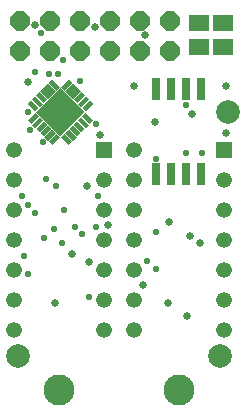
<source format=gbr>
G04 EAGLE Gerber RS-274X export*
G75*
%MOMM*%
%FSLAX34Y34*%
%LPD*%
%INSoldermask Top*%
%IPPOS*%
%AMOC8*
5,1,8,0,0,1.08239X$1,22.5*%
G01*
%ADD10C,2.627000*%
%ADD11R,1.327000X1.327000*%
%ADD12C,1.327000*%
%ADD13R,0.927000X0.427000*%
%ADD14R,2.927000X2.927000*%
%ADD15R,0.777000X1.877000*%
%ADD16P,1.787026X8X22.500000*%
%ADD17R,1.727000X1.427000*%
%ADD18C,2.000000*%
%ADD19C,0.584200*%
%ADD20C,0.652000*%


D10*
X50800Y12700D03*
X152400Y12700D03*
D11*
X190500Y215900D03*
D12*
X190500Y190500D03*
X190500Y165100D03*
X190500Y139700D03*
X190500Y114300D03*
X190500Y88900D03*
X190500Y63500D03*
X114300Y63500D03*
X114300Y88900D03*
X114300Y114300D03*
X114300Y139700D03*
X114300Y165100D03*
X114300Y190500D03*
X114300Y215900D03*
D11*
X88900Y215900D03*
D12*
X88900Y190500D03*
X88900Y165100D03*
X88900Y139700D03*
X88900Y114300D03*
X88900Y88900D03*
X88900Y63500D03*
X12700Y63500D03*
X12700Y88900D03*
X12700Y114300D03*
X12700Y139700D03*
X12700Y165100D03*
X12700Y190500D03*
X12700Y215900D03*
D13*
G36*
X48598Y265908D02*
X42044Y272462D01*
X45064Y275482D01*
X51618Y268928D01*
X48598Y265908D01*
G37*
G36*
X45062Y262372D02*
X38508Y268926D01*
X41528Y271946D01*
X48082Y265392D01*
X45062Y262372D01*
G37*
G36*
X41526Y258837D02*
X34972Y265391D01*
X37992Y268411D01*
X44546Y261857D01*
X41526Y258837D01*
G37*
G36*
X37991Y255301D02*
X31437Y261855D01*
X34457Y264875D01*
X41011Y258321D01*
X37991Y255301D01*
G37*
G36*
X34455Y251766D02*
X27901Y258320D01*
X30921Y261340D01*
X37475Y254786D01*
X34455Y251766D01*
G37*
G36*
X30920Y248230D02*
X24366Y254784D01*
X27386Y257804D01*
X33940Y251250D01*
X30920Y248230D01*
G37*
G36*
X33940Y244177D02*
X27386Y237623D01*
X24366Y240643D01*
X30920Y247197D01*
X33940Y244177D01*
G37*
G36*
X37475Y240642D02*
X30921Y234088D01*
X27901Y237108D01*
X34455Y243662D01*
X37475Y240642D01*
G37*
G36*
X41011Y237106D02*
X34457Y230552D01*
X31437Y233572D01*
X37991Y240126D01*
X41011Y237106D01*
G37*
G36*
X44546Y233571D02*
X37992Y227017D01*
X34972Y230037D01*
X41526Y236591D01*
X44546Y233571D01*
G37*
G36*
X48082Y230035D02*
X41528Y223481D01*
X38508Y226501D01*
X45062Y233055D01*
X48082Y230035D01*
G37*
G36*
X51618Y226500D02*
X45064Y219946D01*
X42044Y222966D01*
X48598Y229520D01*
X51618Y226500D01*
G37*
G36*
X59204Y219946D02*
X52650Y226500D01*
X55670Y229520D01*
X62224Y222966D01*
X59204Y219946D01*
G37*
G36*
X62740Y223481D02*
X56186Y230035D01*
X59206Y233055D01*
X65760Y226501D01*
X62740Y223481D01*
G37*
G36*
X66275Y227017D02*
X59721Y233571D01*
X62741Y236591D01*
X69295Y230037D01*
X66275Y227017D01*
G37*
G36*
X69811Y230552D02*
X63257Y237106D01*
X66277Y240126D01*
X72831Y233572D01*
X69811Y230552D01*
G37*
G36*
X73346Y234088D02*
X66792Y240642D01*
X69812Y243662D01*
X76366Y237108D01*
X73346Y234088D01*
G37*
G36*
X76882Y237623D02*
X70328Y244177D01*
X73348Y247197D01*
X79902Y240643D01*
X76882Y237623D01*
G37*
G36*
X79902Y254784D02*
X73348Y248230D01*
X70328Y251250D01*
X76882Y257804D01*
X79902Y254784D01*
G37*
G36*
X76366Y258320D02*
X69812Y251766D01*
X66792Y254786D01*
X73346Y261340D01*
X76366Y258320D01*
G37*
G36*
X72831Y261855D02*
X66277Y255301D01*
X63257Y258321D01*
X69811Y264875D01*
X72831Y261855D01*
G37*
G36*
X69295Y265391D02*
X62741Y258837D01*
X59721Y261857D01*
X66275Y268411D01*
X69295Y265391D01*
G37*
G36*
X65760Y268926D02*
X59206Y262372D01*
X56186Y265392D01*
X62740Y271946D01*
X65760Y268926D01*
G37*
G36*
X62224Y272462D02*
X55670Y265908D01*
X52650Y268928D01*
X59204Y275482D01*
X62224Y272462D01*
G37*
D14*
G36*
X72831Y247714D02*
X52134Y227017D01*
X31437Y247714D01*
X52134Y268411D01*
X72831Y247714D01*
G37*
D15*
X171450Y267390D03*
X158750Y267390D03*
X146050Y267390D03*
X133350Y267390D03*
X133350Y194890D03*
X146050Y194890D03*
X158750Y194890D03*
X171450Y194890D03*
D16*
X17780Y299720D03*
X17780Y325120D03*
X43180Y299720D03*
X43180Y325120D03*
X68580Y299720D03*
X68580Y325120D03*
X93980Y299720D03*
X93980Y325120D03*
X119380Y299720D03*
X119380Y325120D03*
X144780Y299720D03*
X144780Y325120D03*
D17*
X169436Y323164D03*
X169436Y303164D03*
X189756Y323164D03*
X189756Y303164D03*
D18*
X15875Y41275D03*
X187325Y41275D03*
X193675Y247650D03*
D19*
X37211Y221996D03*
X172212Y212852D03*
D20*
X24920Y273050D03*
X121920Y101600D03*
X143510Y86360D03*
X144145Y154305D03*
X170180Y137160D03*
X52388Y247968D03*
X131763Y239078D03*
X30480Y321310D03*
X81280Y320040D03*
X61595Y127635D03*
X74295Y184785D03*
X114300Y269875D03*
X47625Y85725D03*
X92075Y152400D03*
X76200Y120650D03*
X85725Y228600D03*
X192088Y269875D03*
X192088Y230188D03*
X163513Y246063D03*
X123825Y312738D03*
D19*
X42672Y279908D03*
X132588Y208280D03*
X50292Y279908D03*
X158496Y212852D03*
X158496Y254000D03*
X24384Y247904D03*
X70104Y144272D03*
X82296Y150368D03*
X25908Y232664D03*
D20*
X159385Y75057D03*
X161925Y142875D03*
D19*
X54483Y292100D03*
X35433Y314452D03*
X124968Y121412D03*
X19304Y176848D03*
X39497Y191389D03*
X64008Y150368D03*
X53340Y136525D03*
X24384Y168656D03*
X24384Y110744D03*
X48705Y185357D03*
X55055Y165164D03*
X46419Y148273D03*
X76200Y90932D03*
X30480Y162560D03*
X82296Y237236D03*
X83820Y176276D03*
X68580Y273812D03*
X21336Y125476D03*
X38481Y141351D03*
X132588Y115062D03*
X132588Y146114D03*
X30480Y281432D03*
M02*

</source>
